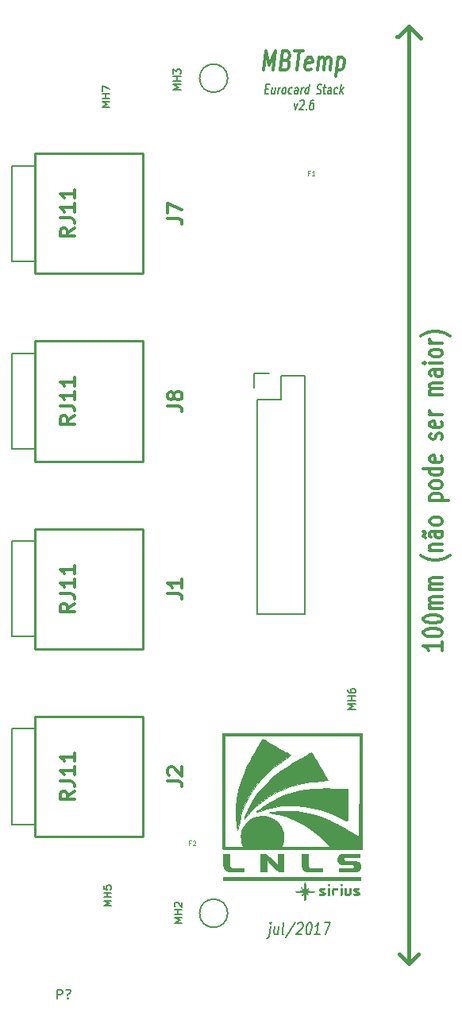
<source format=gto>
G04 #@! TF.FileFunction,Legend,Top*
%FSLAX46Y46*%
G04 Gerber Fmt 4.6, Leading zero omitted, Abs format (unit mm)*
G04 Created by KiCad (PCBNEW 4.0.4+e1-6308~48~ubuntu15.10.1-stable) date Fri Nov 17 08:48:54 2017*
%MOMM*%
%LPD*%
G01*
G04 APERTURE LIST*
%ADD10C,0.150000*%
%ADD11C,0.304800*%
%ADD12C,0.381000*%
%ADD13C,0.200000*%
%ADD14C,0.300000*%
%ADD15C,0.250000*%
%ADD16C,0.010000*%
%ADD17C,0.100000*%
G04 APERTURE END LIST*
D10*
D11*
X105186238Y-111397143D02*
X105186238Y-112268000D01*
X105186238Y-111832572D02*
X103154238Y-111832572D01*
X103444524Y-111977715D01*
X103638048Y-112122857D01*
X103734810Y-112268000D01*
X103154238Y-110453714D02*
X103154238Y-110308571D01*
X103251000Y-110163428D01*
X103347762Y-110090857D01*
X103541286Y-110018286D01*
X103928333Y-109945714D01*
X104412143Y-109945714D01*
X104799190Y-110018286D01*
X104992714Y-110090857D01*
X105089476Y-110163428D01*
X105186238Y-110308571D01*
X105186238Y-110453714D01*
X105089476Y-110598857D01*
X104992714Y-110671428D01*
X104799190Y-110744000D01*
X104412143Y-110816571D01*
X103928333Y-110816571D01*
X103541286Y-110744000D01*
X103347762Y-110671428D01*
X103251000Y-110598857D01*
X103154238Y-110453714D01*
X103154238Y-109002285D02*
X103154238Y-108857142D01*
X103251000Y-108711999D01*
X103347762Y-108639428D01*
X103541286Y-108566857D01*
X103928333Y-108494285D01*
X104412143Y-108494285D01*
X104799190Y-108566857D01*
X104992714Y-108639428D01*
X105089476Y-108711999D01*
X105186238Y-108857142D01*
X105186238Y-109002285D01*
X105089476Y-109147428D01*
X104992714Y-109219999D01*
X104799190Y-109292571D01*
X104412143Y-109365142D01*
X103928333Y-109365142D01*
X103541286Y-109292571D01*
X103347762Y-109219999D01*
X103251000Y-109147428D01*
X103154238Y-109002285D01*
X105186238Y-107841142D02*
X103831571Y-107841142D01*
X104025095Y-107841142D02*
X103928333Y-107768570D01*
X103831571Y-107623428D01*
X103831571Y-107405713D01*
X103928333Y-107260570D01*
X104121857Y-107187999D01*
X105186238Y-107187999D01*
X104121857Y-107187999D02*
X103928333Y-107115428D01*
X103831571Y-106970285D01*
X103831571Y-106752570D01*
X103928333Y-106607428D01*
X104121857Y-106534856D01*
X105186238Y-106534856D01*
X105186238Y-105809142D02*
X103831571Y-105809142D01*
X104025095Y-105809142D02*
X103928333Y-105736570D01*
X103831571Y-105591428D01*
X103831571Y-105373713D01*
X103928333Y-105228570D01*
X104121857Y-105155999D01*
X105186238Y-105155999D01*
X104121857Y-105155999D02*
X103928333Y-105083428D01*
X103831571Y-104938285D01*
X103831571Y-104720570D01*
X103928333Y-104575428D01*
X104121857Y-104502856D01*
X105186238Y-104502856D01*
X105960333Y-102180570D02*
X105863571Y-102253142D01*
X105573286Y-102398285D01*
X105379762Y-102470856D01*
X105089476Y-102543427D01*
X104605667Y-102615999D01*
X104218619Y-102615999D01*
X103734810Y-102543427D01*
X103444524Y-102470856D01*
X103251000Y-102398285D01*
X102960714Y-102253142D01*
X102863952Y-102180570D01*
X103831571Y-101599999D02*
X105186238Y-101599999D01*
X104025095Y-101599999D02*
X103928333Y-101527427D01*
X103831571Y-101382285D01*
X103831571Y-101164570D01*
X103928333Y-101019427D01*
X104121857Y-100946856D01*
X105186238Y-100946856D01*
X105186238Y-99567999D02*
X104121857Y-99567999D01*
X103928333Y-99640570D01*
X103831571Y-99785713D01*
X103831571Y-100075999D01*
X103928333Y-100221142D01*
X105089476Y-99567999D02*
X105186238Y-99713142D01*
X105186238Y-100075999D01*
X105089476Y-100221142D01*
X104895952Y-100293713D01*
X104702429Y-100293713D01*
X104508905Y-100221142D01*
X104412143Y-100075999D01*
X104412143Y-99713142D01*
X104315381Y-99567999D01*
X103347762Y-100293713D02*
X103251000Y-100221142D01*
X103154238Y-100075999D01*
X103347762Y-99785713D01*
X103251000Y-99640570D01*
X103154238Y-99567999D01*
X105186238Y-98624571D02*
X105089476Y-98769713D01*
X104992714Y-98842285D01*
X104799190Y-98914856D01*
X104218619Y-98914856D01*
X104025095Y-98842285D01*
X103928333Y-98769713D01*
X103831571Y-98624571D01*
X103831571Y-98406856D01*
X103928333Y-98261713D01*
X104025095Y-98189142D01*
X104218619Y-98116571D01*
X104799190Y-98116571D01*
X104992714Y-98189142D01*
X105089476Y-98261713D01*
X105186238Y-98406856D01*
X105186238Y-98624571D01*
X103831571Y-96302285D02*
X105863571Y-96302285D01*
X103928333Y-96302285D02*
X103831571Y-96157142D01*
X103831571Y-95866856D01*
X103928333Y-95721713D01*
X104025095Y-95649142D01*
X104218619Y-95576571D01*
X104799190Y-95576571D01*
X104992714Y-95649142D01*
X105089476Y-95721713D01*
X105186238Y-95866856D01*
X105186238Y-96157142D01*
X105089476Y-96302285D01*
X105186238Y-94705714D02*
X105089476Y-94850856D01*
X104992714Y-94923428D01*
X104799190Y-94995999D01*
X104218619Y-94995999D01*
X104025095Y-94923428D01*
X103928333Y-94850856D01*
X103831571Y-94705714D01*
X103831571Y-94487999D01*
X103928333Y-94342856D01*
X104025095Y-94270285D01*
X104218619Y-94197714D01*
X104799190Y-94197714D01*
X104992714Y-94270285D01*
X105089476Y-94342856D01*
X105186238Y-94487999D01*
X105186238Y-94705714D01*
X105186238Y-92891428D02*
X103154238Y-92891428D01*
X105089476Y-92891428D02*
X105186238Y-93036571D01*
X105186238Y-93326857D01*
X105089476Y-93471999D01*
X104992714Y-93544571D01*
X104799190Y-93617142D01*
X104218619Y-93617142D01*
X104025095Y-93544571D01*
X103928333Y-93471999D01*
X103831571Y-93326857D01*
X103831571Y-93036571D01*
X103928333Y-92891428D01*
X105089476Y-91585142D02*
X105186238Y-91730285D01*
X105186238Y-92020571D01*
X105089476Y-92165714D01*
X104895952Y-92238285D01*
X104121857Y-92238285D01*
X103928333Y-92165714D01*
X103831571Y-92020571D01*
X103831571Y-91730285D01*
X103928333Y-91585142D01*
X104121857Y-91512571D01*
X104315381Y-91512571D01*
X104508905Y-92238285D01*
X105089476Y-89770856D02*
X105186238Y-89625713D01*
X105186238Y-89335428D01*
X105089476Y-89190285D01*
X104895952Y-89117713D01*
X104799190Y-89117713D01*
X104605667Y-89190285D01*
X104508905Y-89335428D01*
X104508905Y-89553142D01*
X104412143Y-89698285D01*
X104218619Y-89770856D01*
X104121857Y-89770856D01*
X103928333Y-89698285D01*
X103831571Y-89553142D01*
X103831571Y-89335428D01*
X103928333Y-89190285D01*
X105089476Y-87883999D02*
X105186238Y-88029142D01*
X105186238Y-88319428D01*
X105089476Y-88464571D01*
X104895952Y-88537142D01*
X104121857Y-88537142D01*
X103928333Y-88464571D01*
X103831571Y-88319428D01*
X103831571Y-88029142D01*
X103928333Y-87883999D01*
X104121857Y-87811428D01*
X104315381Y-87811428D01*
X104508905Y-88537142D01*
X105186238Y-87158285D02*
X103831571Y-87158285D01*
X104218619Y-87158285D02*
X104025095Y-87085713D01*
X103928333Y-87013142D01*
X103831571Y-86867999D01*
X103831571Y-86722856D01*
X105186238Y-85053713D02*
X103831571Y-85053713D01*
X104025095Y-85053713D02*
X103928333Y-84981141D01*
X103831571Y-84835999D01*
X103831571Y-84618284D01*
X103928333Y-84473141D01*
X104121857Y-84400570D01*
X105186238Y-84400570D01*
X104121857Y-84400570D02*
X103928333Y-84327999D01*
X103831571Y-84182856D01*
X103831571Y-83965141D01*
X103928333Y-83819999D01*
X104121857Y-83747427D01*
X105186238Y-83747427D01*
X105186238Y-82368570D02*
X104121857Y-82368570D01*
X103928333Y-82441141D01*
X103831571Y-82586284D01*
X103831571Y-82876570D01*
X103928333Y-83021713D01*
X105089476Y-82368570D02*
X105186238Y-82513713D01*
X105186238Y-82876570D01*
X105089476Y-83021713D01*
X104895952Y-83094284D01*
X104702429Y-83094284D01*
X104508905Y-83021713D01*
X104412143Y-82876570D01*
X104412143Y-82513713D01*
X104315381Y-82368570D01*
X105186238Y-81642856D02*
X103831571Y-81642856D01*
X103154238Y-81642856D02*
X103251000Y-81715427D01*
X103347762Y-81642856D01*
X103251000Y-81570284D01*
X103154238Y-81642856D01*
X103347762Y-81642856D01*
X105186238Y-80699428D02*
X105089476Y-80844570D01*
X104992714Y-80917142D01*
X104799190Y-80989713D01*
X104218619Y-80989713D01*
X104025095Y-80917142D01*
X103928333Y-80844570D01*
X103831571Y-80699428D01*
X103831571Y-80481713D01*
X103928333Y-80336570D01*
X104025095Y-80263999D01*
X104218619Y-80191428D01*
X104799190Y-80191428D01*
X104992714Y-80263999D01*
X105089476Y-80336570D01*
X105186238Y-80481713D01*
X105186238Y-80699428D01*
X105186238Y-79538285D02*
X103831571Y-79538285D01*
X104218619Y-79538285D02*
X104025095Y-79465713D01*
X103928333Y-79393142D01*
X103831571Y-79247999D01*
X103831571Y-79102856D01*
X105960333Y-78739999D02*
X105863571Y-78667427D01*
X105573286Y-78522284D01*
X105379762Y-78449713D01*
X105089476Y-78377142D01*
X104605667Y-78304570D01*
X104218619Y-78304570D01*
X103734810Y-78377142D01*
X103444524Y-78449713D01*
X103251000Y-78522284D01*
X102960714Y-78667427D01*
X102863952Y-78739999D01*
D12*
X101600000Y-45720000D02*
X102870000Y-46990000D01*
X100457000Y-46863000D02*
X100330000Y-46863000D01*
X101600000Y-45720000D02*
X100457000Y-46863000D01*
X101600000Y-145669000D02*
X102616000Y-144653000D01*
X101600000Y-145669000D02*
X100584000Y-144653000D01*
X101600000Y-45720000D02*
X101600000Y-145669000D01*
D13*
X77288345Y-52501667D02*
X76488345Y-52501667D01*
X77059773Y-52235000D01*
X76488345Y-51968333D01*
X77288345Y-51968333D01*
X77288345Y-51587381D02*
X76488345Y-51587381D01*
X76869297Y-51587381D02*
X76869297Y-51130238D01*
X77288345Y-51130238D02*
X76488345Y-51130238D01*
X76488345Y-50825476D02*
X76488345Y-50330238D01*
X76793107Y-50596905D01*
X76793107Y-50482619D01*
X76831202Y-50406429D01*
X76869297Y-50368333D01*
X76945488Y-50330238D01*
X77135964Y-50330238D01*
X77212154Y-50368333D01*
X77250250Y-50406429D01*
X77288345Y-50482619D01*
X77288345Y-50711191D01*
X77250250Y-50787381D01*
X77212154Y-50825476D01*
X77400105Y-141315307D02*
X76600105Y-141315307D01*
X77171533Y-141048640D01*
X76600105Y-140781973D01*
X77400105Y-140781973D01*
X77400105Y-140401021D02*
X76600105Y-140401021D01*
X76981057Y-140401021D02*
X76981057Y-139943878D01*
X77400105Y-139943878D02*
X76600105Y-139943878D01*
X76676295Y-139601021D02*
X76638200Y-139562926D01*
X76600105Y-139486735D01*
X76600105Y-139296259D01*
X76638200Y-139220069D01*
X76676295Y-139181973D01*
X76752486Y-139143878D01*
X76828676Y-139143878D01*
X76942962Y-139181973D01*
X77400105Y-139639116D01*
X77400105Y-139143878D01*
X69683585Y-54350787D02*
X68883585Y-54350787D01*
X69455013Y-54084120D01*
X68883585Y-53817453D01*
X69683585Y-53817453D01*
X69683585Y-53436501D02*
X68883585Y-53436501D01*
X69264537Y-53436501D02*
X69264537Y-52979358D01*
X69683585Y-52979358D02*
X68883585Y-52979358D01*
X68883585Y-52674596D02*
X68883585Y-52141263D01*
X69683585Y-52484120D01*
X95886225Y-118536587D02*
X95086225Y-118536587D01*
X95657653Y-118269920D01*
X95086225Y-118003253D01*
X95886225Y-118003253D01*
X95886225Y-117622301D02*
X95086225Y-117622301D01*
X95467177Y-117622301D02*
X95467177Y-117165158D01*
X95886225Y-117165158D02*
X95086225Y-117165158D01*
X95086225Y-116441349D02*
X95086225Y-116593730D01*
X95124320Y-116669920D01*
X95162415Y-116708015D01*
X95276701Y-116784206D01*
X95429082Y-116822301D01*
X95733844Y-116822301D01*
X95810034Y-116784206D01*
X95848130Y-116746111D01*
X95886225Y-116669920D01*
X95886225Y-116517539D01*
X95848130Y-116441349D01*
X95810034Y-116403253D01*
X95733844Y-116365158D01*
X95543368Y-116365158D01*
X95467177Y-116403253D01*
X95429082Y-116441349D01*
X95390987Y-116517539D01*
X95390987Y-116669920D01*
X95429082Y-116746111D01*
X95467177Y-116784206D01*
X95543368Y-116822301D01*
X69871545Y-139491587D02*
X69071545Y-139491587D01*
X69642973Y-139224920D01*
X69071545Y-138958253D01*
X69871545Y-138958253D01*
X69871545Y-138577301D02*
X69071545Y-138577301D01*
X69452497Y-138577301D02*
X69452497Y-138120158D01*
X69871545Y-138120158D02*
X69071545Y-138120158D01*
X69071545Y-137358253D02*
X69071545Y-137739206D01*
X69452497Y-137777301D01*
X69414402Y-137739206D01*
X69376307Y-137663015D01*
X69376307Y-137472539D01*
X69414402Y-137396349D01*
X69452497Y-137358253D01*
X69528688Y-137320158D01*
X69719164Y-137320158D01*
X69795354Y-137358253D01*
X69833450Y-137396349D01*
X69871545Y-137472539D01*
X69871545Y-137663015D01*
X69833450Y-137739206D01*
X69795354Y-137777301D01*
D10*
X86323555Y-52443571D02*
X86573555Y-52443571D01*
X86615221Y-52967381D02*
X86258078Y-52967381D01*
X86383078Y-51967381D01*
X86740221Y-51967381D01*
X87341412Y-52300714D02*
X87258078Y-52967381D01*
X87019983Y-52300714D02*
X86954507Y-52824524D01*
X86978317Y-52919762D01*
X87043792Y-52967381D01*
X87150935Y-52967381D01*
X87228317Y-52919762D01*
X87269983Y-52872143D01*
X87615220Y-52967381D02*
X87698554Y-52300714D01*
X87674744Y-52491190D02*
X87722364Y-52395952D01*
X87764030Y-52348333D01*
X87841412Y-52300714D01*
X87912840Y-52300714D01*
X88186649Y-52967381D02*
X88121174Y-52919762D01*
X88091411Y-52872143D01*
X88067602Y-52776905D01*
X88103316Y-52491190D01*
X88150935Y-52395952D01*
X88192602Y-52348333D01*
X88269983Y-52300714D01*
X88377126Y-52300714D01*
X88442602Y-52348333D01*
X88472364Y-52395952D01*
X88496173Y-52491190D01*
X88460459Y-52776905D01*
X88412840Y-52872143D01*
X88371174Y-52919762D01*
X88293792Y-52967381D01*
X88186649Y-52967381D01*
X89085459Y-52919762D02*
X89008077Y-52967381D01*
X88865220Y-52967381D01*
X88799745Y-52919762D01*
X88769982Y-52872143D01*
X88746173Y-52776905D01*
X88781887Y-52491190D01*
X88829506Y-52395952D01*
X88871173Y-52348333D01*
X88948554Y-52300714D01*
X89091411Y-52300714D01*
X89156887Y-52348333D01*
X89722363Y-52967381D02*
X89787840Y-52443571D01*
X89764030Y-52348333D01*
X89698554Y-52300714D01*
X89555697Y-52300714D01*
X89478315Y-52348333D01*
X89728316Y-52919762D02*
X89650934Y-52967381D01*
X89472363Y-52967381D01*
X89406887Y-52919762D01*
X89383078Y-52824524D01*
X89394982Y-52729286D01*
X89442601Y-52634048D01*
X89519982Y-52586429D01*
X89698553Y-52586429D01*
X89775935Y-52538810D01*
X90079505Y-52967381D02*
X90162839Y-52300714D01*
X90139029Y-52491190D02*
X90186649Y-52395952D01*
X90228315Y-52348333D01*
X90305697Y-52300714D01*
X90377125Y-52300714D01*
X90865220Y-52967381D02*
X90990220Y-51967381D01*
X90871173Y-52919762D02*
X90793791Y-52967381D01*
X90650934Y-52967381D01*
X90585459Y-52919762D01*
X90555696Y-52872143D01*
X90531887Y-52776905D01*
X90567601Y-52491190D01*
X90615220Y-52395952D01*
X90656887Y-52348333D01*
X90734268Y-52300714D01*
X90877125Y-52300714D01*
X90942601Y-52348333D01*
X91764030Y-52919762D02*
X91865220Y-52967381D01*
X92043791Y-52967381D01*
X92121173Y-52919762D01*
X92162839Y-52872143D01*
X92210459Y-52776905D01*
X92222364Y-52681667D01*
X92198553Y-52586429D01*
X92168792Y-52538810D01*
X92103315Y-52491190D01*
X91966411Y-52443571D01*
X91900935Y-52395952D01*
X91871172Y-52348333D01*
X91847363Y-52253095D01*
X91859268Y-52157857D01*
X91906887Y-52062619D01*
X91948554Y-52015000D01*
X92025934Y-51967381D01*
X92204506Y-51967381D01*
X92305697Y-52015000D01*
X92484269Y-52300714D02*
X92769983Y-52300714D01*
X92633077Y-51967381D02*
X92525935Y-52824524D01*
X92549745Y-52919762D01*
X92615220Y-52967381D01*
X92686649Y-52967381D01*
X93258077Y-52967381D02*
X93323554Y-52443571D01*
X93299744Y-52348333D01*
X93234268Y-52300714D01*
X93091411Y-52300714D01*
X93014029Y-52348333D01*
X93264030Y-52919762D02*
X93186648Y-52967381D01*
X93008077Y-52967381D01*
X92942601Y-52919762D01*
X92918792Y-52824524D01*
X92930696Y-52729286D01*
X92978315Y-52634048D01*
X93055696Y-52586429D01*
X93234267Y-52586429D01*
X93311649Y-52538810D01*
X93942601Y-52919762D02*
X93865219Y-52967381D01*
X93722362Y-52967381D01*
X93656887Y-52919762D01*
X93627124Y-52872143D01*
X93603315Y-52776905D01*
X93639029Y-52491190D01*
X93686648Y-52395952D01*
X93728315Y-52348333D01*
X93805696Y-52300714D01*
X93948553Y-52300714D01*
X94014029Y-52348333D01*
X94258076Y-52967381D02*
X94383076Y-51967381D01*
X94377124Y-52586429D02*
X94543791Y-52967381D01*
X94627125Y-52300714D02*
X94293791Y-52681667D01*
X89394982Y-53950714D02*
X89490219Y-54617381D01*
X89752125Y-53950714D01*
X90031887Y-53712619D02*
X90073553Y-53665000D01*
X90150934Y-53617381D01*
X90329505Y-53617381D01*
X90394982Y-53665000D01*
X90424744Y-53712619D01*
X90448554Y-53807857D01*
X90436649Y-53903095D01*
X90383077Y-54045952D01*
X89883077Y-54617381D01*
X90347363Y-54617381D01*
X90680696Y-54522143D02*
X90710459Y-54569762D01*
X90668791Y-54617381D01*
X90639030Y-54569762D01*
X90680696Y-54522143D01*
X90668791Y-54617381D01*
X91472363Y-53617381D02*
X91329506Y-53617381D01*
X91252125Y-53665000D01*
X91210459Y-53712619D01*
X91121173Y-53855476D01*
X91061649Y-54045952D01*
X91014030Y-54426905D01*
X91037839Y-54522143D01*
X91067602Y-54569762D01*
X91133077Y-54617381D01*
X91275934Y-54617381D01*
X91353316Y-54569762D01*
X91394982Y-54522143D01*
X91442602Y-54426905D01*
X91472364Y-54188810D01*
X91448554Y-54093571D01*
X91418792Y-54045952D01*
X91353315Y-53998333D01*
X91210458Y-53998333D01*
X91133078Y-54045952D01*
X91091411Y-54093571D01*
X91043792Y-54188810D01*
D13*
X86822250Y-141718143D02*
X86688322Y-142789571D01*
X86625822Y-142908619D01*
X86523143Y-142968143D01*
X86475524Y-142968143D01*
X86874334Y-141301476D02*
X86819274Y-141361000D01*
X86859453Y-141420524D01*
X86914512Y-141361000D01*
X86874334Y-141301476D01*
X86859453Y-141420524D01*
X87727012Y-141718143D02*
X87622846Y-142551476D01*
X87298440Y-141718143D02*
X87216595Y-142372905D01*
X87249333Y-142491952D01*
X87337131Y-142551476D01*
X87479989Y-142551476D01*
X87582667Y-142491952D01*
X87637726Y-142432429D01*
X88241893Y-142551476D02*
X88154095Y-142491952D01*
X88121357Y-142372905D01*
X88255286Y-141301476D01*
X89500822Y-141241952D02*
X88442786Y-142849095D01*
X89764215Y-141420524D02*
X89819274Y-141361000D01*
X89921953Y-141301476D01*
X90160049Y-141301476D01*
X90247846Y-141361000D01*
X90288025Y-141420524D01*
X90320763Y-141539571D01*
X90305882Y-141658619D01*
X90235941Y-141837190D01*
X89575227Y-142551476D01*
X90194275Y-142551476D01*
X90969572Y-141301476D02*
X91064811Y-141301476D01*
X91152608Y-141361000D01*
X91192787Y-141420524D01*
X91225525Y-141539571D01*
X91243382Y-141777667D01*
X91206179Y-142075286D01*
X91128798Y-142313381D01*
X91066298Y-142432429D01*
X91011239Y-142491952D01*
X90908561Y-142551476D01*
X90813322Y-142551476D01*
X90725524Y-142491952D01*
X90685345Y-142432429D01*
X90652607Y-142313381D01*
X90634750Y-142075286D01*
X90671953Y-141777667D01*
X90749334Y-141539571D01*
X90811834Y-141420524D01*
X90866893Y-141361000D01*
X90969572Y-141301476D01*
X92099037Y-142551476D02*
X91527608Y-142551476D01*
X91813322Y-142551476D02*
X91969572Y-141301476D01*
X91852012Y-141480048D01*
X91741893Y-141599095D01*
X91639215Y-141658619D01*
X92588620Y-141301476D02*
X93255287Y-141301476D01*
X92670465Y-142551476D01*
D14*
X86131702Y-50449238D02*
X86385702Y-48417238D01*
X86712274Y-49868667D01*
X87401702Y-48417238D01*
X87147702Y-50449238D01*
X88514464Y-49384857D02*
X88720083Y-49481619D01*
X88780559Y-49578381D01*
X88828940Y-49771905D01*
X88792654Y-50062190D01*
X88695893Y-50255714D01*
X88611226Y-50352476D01*
X88453988Y-50449238D01*
X87873416Y-50449238D01*
X88127416Y-48417238D01*
X88635416Y-48417238D01*
X88768464Y-48514000D01*
X88828940Y-48610762D01*
X88877321Y-48804286D01*
X88853131Y-48997810D01*
X88756368Y-49191333D01*
X88671702Y-49288095D01*
X88514464Y-49384857D01*
X88006464Y-49384857D01*
X89433702Y-48417238D02*
X90304559Y-48417238D01*
X89615130Y-50449238D02*
X89869130Y-48417238D01*
X91151227Y-50352476D02*
X90993988Y-50449238D01*
X90703702Y-50449238D01*
X90570655Y-50352476D01*
X90522274Y-50158952D01*
X90619036Y-49384857D01*
X90715797Y-49191333D01*
X90873036Y-49094571D01*
X91163322Y-49094571D01*
X91296369Y-49191333D01*
X91344750Y-49384857D01*
X91320559Y-49578381D01*
X90570655Y-49771905D01*
X91864845Y-50449238D02*
X92034179Y-49094571D01*
X92009988Y-49288095D02*
X92094655Y-49191333D01*
X92251893Y-49094571D01*
X92469608Y-49094571D01*
X92602655Y-49191333D01*
X92651036Y-49384857D01*
X92517988Y-50449238D01*
X92651036Y-49384857D02*
X92747797Y-49191333D01*
X92905036Y-49094571D01*
X93122751Y-49094571D01*
X93255797Y-49191333D01*
X93304179Y-49384857D01*
X93171131Y-50449238D01*
X94066179Y-49094571D02*
X93812179Y-51126571D01*
X94054083Y-49191333D02*
X94211322Y-49094571D01*
X94501608Y-49094571D01*
X94634655Y-49191333D01*
X94695131Y-49288095D01*
X94743512Y-49481619D01*
X94670940Y-50062190D01*
X94574179Y-50255714D01*
X94489513Y-50352476D01*
X94332274Y-50449238D01*
X94041988Y-50449238D01*
X93908941Y-50352476D01*
D10*
X82272000Y-140296000D02*
G75*
G03X82272000Y-140296000I-1500000J0D01*
G01*
X82272000Y-51296000D02*
G75*
G03X82272000Y-51296000I-1500000J0D01*
G01*
X90481200Y-108420000D02*
X90481200Y-83020000D01*
X85401200Y-85560000D02*
X85401200Y-108420000D01*
X90481200Y-108420000D02*
X85401200Y-108420000D01*
X90481200Y-83020000D02*
X87941200Y-83020000D01*
X86671200Y-82740000D02*
X85121200Y-82740000D01*
X87941200Y-83020000D02*
X87941200Y-85560000D01*
X87941200Y-85560000D02*
X85401200Y-85560000D01*
X85121200Y-82740000D02*
X85121200Y-84290000D01*
X59241200Y-120620000D02*
X59241200Y-130820000D01*
X61741200Y-130820000D02*
X59241200Y-130820000D01*
X61741200Y-120620000D02*
X59241200Y-120620000D01*
D15*
X73241200Y-132120000D02*
X61741200Y-132120000D01*
X73241200Y-119320000D02*
X61741200Y-119320000D01*
X73241200Y-119320000D02*
X73241200Y-132120000D01*
X61741200Y-119320000D02*
X61741200Y-132120000D01*
D10*
X59241200Y-100620000D02*
X59241200Y-110820000D01*
X61741200Y-110820000D02*
X59241200Y-110820000D01*
X61741200Y-100620000D02*
X59241200Y-100620000D01*
D15*
X73241200Y-112120000D02*
X61741200Y-112120000D01*
X73241200Y-99320000D02*
X61741200Y-99320000D01*
X73241200Y-99320000D02*
X73241200Y-112120000D01*
X61741200Y-99320000D02*
X61741200Y-112120000D01*
D10*
X59241200Y-80620000D02*
X59241200Y-90820000D01*
X61741200Y-90820000D02*
X59241200Y-90820000D01*
X61741200Y-80620000D02*
X59241200Y-80620000D01*
D15*
X73241200Y-92120000D02*
X61741200Y-92120000D01*
X73241200Y-79320000D02*
X61741200Y-79320000D01*
X73241200Y-79320000D02*
X73241200Y-92120000D01*
X61741200Y-79320000D02*
X61741200Y-92120000D01*
D10*
X59241200Y-60620000D02*
X59241200Y-70820000D01*
X61741200Y-70820000D02*
X59241200Y-70820000D01*
X61741200Y-60620000D02*
X59241200Y-60620000D01*
D15*
X73241200Y-72120000D02*
X61741200Y-72120000D01*
X73241200Y-59320000D02*
X61741200Y-59320000D01*
X73241200Y-59320000D02*
X73241200Y-72120000D01*
X61741200Y-59320000D02*
X61741200Y-72120000D01*
D16*
G36*
X90518287Y-137008795D02*
X90523937Y-137029488D01*
X90541860Y-137120207D01*
X90561997Y-137259123D01*
X90580056Y-137416552D01*
X90580423Y-137420257D01*
X90596664Y-137564152D01*
X90613204Y-137677088D01*
X90626737Y-137736875D01*
X90627941Y-137739323D01*
X90665517Y-137737959D01*
X90731803Y-137691841D01*
X90740584Y-137683810D01*
X90821171Y-137625416D01*
X90860132Y-137627280D01*
X90847749Y-137678314D01*
X90795231Y-137746153D01*
X90740563Y-137817599D01*
X90726479Y-137865078D01*
X90728706Y-137868501D01*
X90776047Y-137882456D01*
X90883177Y-137899752D01*
X91031961Y-137917742D01*
X91135912Y-137927968D01*
X91343872Y-137947713D01*
X91477016Y-137963446D01*
X91538486Y-137976652D01*
X91531427Y-137988810D01*
X91458981Y-138001405D01*
X91324292Y-138015917D01*
X91322769Y-138016065D01*
X91149103Y-138033439D01*
X90975010Y-138051764D01*
X90860260Y-138064549D01*
X90671289Y-138086564D01*
X90779257Y-138199259D01*
X90846237Y-138285092D01*
X90859054Y-138334823D01*
X90823727Y-138337612D01*
X90746272Y-138282621D01*
X90737481Y-138274505D01*
X90684580Y-138228908D01*
X90648411Y-138216849D01*
X90624076Y-138248153D01*
X90606677Y-138332645D01*
X90591317Y-138480149D01*
X90582473Y-138585455D01*
X90560980Y-138770987D01*
X90533105Y-138886732D01*
X90499891Y-138929825D01*
X90466419Y-138904330D01*
X90451841Y-138848402D01*
X90435498Y-138736141D01*
X90420397Y-138589222D01*
X90417139Y-138549232D01*
X90401231Y-138380215D01*
X90382552Y-138280962D01*
X90356852Y-138243098D01*
X90319880Y-138258248D01*
X90287231Y-138293230D01*
X90230821Y-138342354D01*
X90204292Y-138351846D01*
X90170907Y-138326223D01*
X90182649Y-138264816D01*
X90233358Y-138190812D01*
X90251885Y-138172623D01*
X90333769Y-138098518D01*
X90242115Y-138072769D01*
X90148294Y-138056147D01*
X90016862Y-138043841D01*
X89955077Y-138040873D01*
X89800188Y-138030525D01*
X89646865Y-138011983D01*
X89603385Y-138004515D01*
X89526355Y-137988468D01*
X89502454Y-137977148D01*
X89538742Y-137967081D01*
X89642276Y-137954792D01*
X89720615Y-137946815D01*
X89889889Y-137929185D01*
X90055507Y-137910932D01*
X90164617Y-137898072D01*
X90335081Y-137876818D01*
X90226082Y-137763047D01*
X90159384Y-137677719D01*
X90145127Y-137626892D01*
X90177981Y-137621783D01*
X90252616Y-137673611D01*
X90263724Y-137683810D01*
X90331596Y-137734502D01*
X90373525Y-137741960D01*
X90375672Y-137739323D01*
X90388984Y-137686217D01*
X90405520Y-137579265D01*
X90420441Y-137453076D01*
X90438416Y-137294964D01*
X90457964Y-137146871D01*
X90471210Y-137062307D01*
X90488407Y-136974892D01*
X90501121Y-136958909D01*
X90518287Y-137008795D01*
X90518287Y-137008795D01*
G37*
X90518287Y-137008795D02*
X90523937Y-137029488D01*
X90541860Y-137120207D01*
X90561997Y-137259123D01*
X90580056Y-137416552D01*
X90580423Y-137420257D01*
X90596664Y-137564152D01*
X90613204Y-137677088D01*
X90626737Y-137736875D01*
X90627941Y-137739323D01*
X90665517Y-137737959D01*
X90731803Y-137691841D01*
X90740584Y-137683810D01*
X90821171Y-137625416D01*
X90860132Y-137627280D01*
X90847749Y-137678314D01*
X90795231Y-137746153D01*
X90740563Y-137817599D01*
X90726479Y-137865078D01*
X90728706Y-137868501D01*
X90776047Y-137882456D01*
X90883177Y-137899752D01*
X91031961Y-137917742D01*
X91135912Y-137927968D01*
X91343872Y-137947713D01*
X91477016Y-137963446D01*
X91538486Y-137976652D01*
X91531427Y-137988810D01*
X91458981Y-138001405D01*
X91324292Y-138015917D01*
X91322769Y-138016065D01*
X91149103Y-138033439D01*
X90975010Y-138051764D01*
X90860260Y-138064549D01*
X90671289Y-138086564D01*
X90779257Y-138199259D01*
X90846237Y-138285092D01*
X90859054Y-138334823D01*
X90823727Y-138337612D01*
X90746272Y-138282621D01*
X90737481Y-138274505D01*
X90684580Y-138228908D01*
X90648411Y-138216849D01*
X90624076Y-138248153D01*
X90606677Y-138332645D01*
X90591317Y-138480149D01*
X90582473Y-138585455D01*
X90560980Y-138770987D01*
X90533105Y-138886732D01*
X90499891Y-138929825D01*
X90466419Y-138904330D01*
X90451841Y-138848402D01*
X90435498Y-138736141D01*
X90420397Y-138589222D01*
X90417139Y-138549232D01*
X90401231Y-138380215D01*
X90382552Y-138280962D01*
X90356852Y-138243098D01*
X90319880Y-138258248D01*
X90287231Y-138293230D01*
X90230821Y-138342354D01*
X90204292Y-138351846D01*
X90170907Y-138326223D01*
X90182649Y-138264816D01*
X90233358Y-138190812D01*
X90251885Y-138172623D01*
X90333769Y-138098518D01*
X90242115Y-138072769D01*
X90148294Y-138056147D01*
X90016862Y-138043841D01*
X89955077Y-138040873D01*
X89800188Y-138030525D01*
X89646865Y-138011983D01*
X89603385Y-138004515D01*
X89526355Y-137988468D01*
X89502454Y-137977148D01*
X89538742Y-137967081D01*
X89642276Y-137954792D01*
X89720615Y-137946815D01*
X89889889Y-137929185D01*
X90055507Y-137910932D01*
X90164617Y-137898072D01*
X90335081Y-137876818D01*
X90226082Y-137763047D01*
X90159384Y-137677719D01*
X90145127Y-137626892D01*
X90177981Y-137621783D01*
X90252616Y-137673611D01*
X90263724Y-137683810D01*
X90331596Y-137734502D01*
X90373525Y-137741960D01*
X90375672Y-137739323D01*
X90388984Y-137686217D01*
X90405520Y-137579265D01*
X90420441Y-137453076D01*
X90438416Y-137294964D01*
X90457964Y-137146871D01*
X90471210Y-137062307D01*
X90488407Y-136974892D01*
X90501121Y-136958909D01*
X90518287Y-137008795D01*
G36*
X92481469Y-137611974D02*
X92555775Y-137623448D01*
X92587010Y-137649364D01*
X92592769Y-137687538D01*
X92583826Y-137731936D01*
X92544871Y-137755541D01*
X92457714Y-137764698D01*
X92368077Y-137765905D01*
X92143385Y-137766119D01*
X92407154Y-137924378D01*
X92550533Y-138016537D01*
X92633813Y-138087401D01*
X92668277Y-138147493D01*
X92670923Y-138170349D01*
X92656315Y-138256341D01*
X92604265Y-138311264D01*
X92502436Y-138341025D01*
X92338491Y-138351531D01*
X92291877Y-138351846D01*
X92144445Y-138349901D01*
X92058734Y-138341073D01*
X92018346Y-138320869D01*
X92006884Y-138284797D01*
X92006615Y-138273692D01*
X92014882Y-138230712D01*
X92051387Y-138207039D01*
X92133692Y-138197016D01*
X92250846Y-138195007D01*
X92495077Y-138194477D01*
X92250846Y-138049715D01*
X92118678Y-137966151D01*
X92043366Y-137902032D01*
X92011084Y-137843452D01*
X92006615Y-137804060D01*
X92022143Y-137707587D01*
X92077111Y-137647788D01*
X92184101Y-137617460D01*
X92346585Y-137609384D01*
X92481469Y-137611974D01*
X92481469Y-137611974D01*
G37*
X92481469Y-137611974D02*
X92555775Y-137623448D01*
X92587010Y-137649364D01*
X92592769Y-137687538D01*
X92583826Y-137731936D01*
X92544871Y-137755541D01*
X92457714Y-137764698D01*
X92368077Y-137765905D01*
X92143385Y-137766119D01*
X92407154Y-137924378D01*
X92550533Y-138016537D01*
X92633813Y-138087401D01*
X92668277Y-138147493D01*
X92670923Y-138170349D01*
X92656315Y-138256341D01*
X92604265Y-138311264D01*
X92502436Y-138341025D01*
X92338491Y-138351531D01*
X92291877Y-138351846D01*
X92144445Y-138349901D01*
X92058734Y-138341073D01*
X92018346Y-138320869D01*
X92006884Y-138284797D01*
X92006615Y-138273692D01*
X92014882Y-138230712D01*
X92051387Y-138207039D01*
X92133692Y-138197016D01*
X92250846Y-138195007D01*
X92495077Y-138194477D01*
X92250846Y-138049715D01*
X92118678Y-137966151D01*
X92043366Y-137902032D01*
X92011084Y-137843452D01*
X92006615Y-137804060D01*
X92022143Y-137707587D01*
X92077111Y-137647788D01*
X92184101Y-137617460D01*
X92346585Y-137609384D01*
X92481469Y-137611974D01*
G36*
X93087411Y-137611962D02*
X93115954Y-137629455D01*
X93131635Y-137676504D01*
X93138307Y-137767746D01*
X93139821Y-137917821D01*
X93139846Y-137980615D01*
X93139168Y-138152593D01*
X93134564Y-138261056D01*
X93122183Y-138320644D01*
X93098172Y-138345996D01*
X93058678Y-138351752D01*
X93042154Y-138351846D01*
X92996896Y-138349268D01*
X92968353Y-138331774D01*
X92952672Y-138284726D01*
X92946001Y-138193484D01*
X92944486Y-138043409D01*
X92944461Y-137980615D01*
X92945140Y-137808637D01*
X92949743Y-137700174D01*
X92962124Y-137640586D01*
X92986136Y-137615233D01*
X93025629Y-137609478D01*
X93042154Y-137609384D01*
X93087411Y-137611962D01*
X93087411Y-137611962D01*
G37*
X93087411Y-137611962D02*
X93115954Y-137629455D01*
X93131635Y-137676504D01*
X93138307Y-137767746D01*
X93139821Y-137917821D01*
X93139846Y-137980615D01*
X93139168Y-138152593D01*
X93134564Y-138261056D01*
X93122183Y-138320644D01*
X93098172Y-138345996D01*
X93058678Y-138351752D01*
X93042154Y-138351846D01*
X92996896Y-138349268D01*
X92968353Y-138331774D01*
X92952672Y-138284726D01*
X92946001Y-138193484D01*
X92944486Y-138043409D01*
X92944461Y-137980615D01*
X92945140Y-137808637D01*
X92949743Y-137700174D01*
X92962124Y-137640586D01*
X92986136Y-137615233D01*
X93025629Y-137609478D01*
X93042154Y-137609384D01*
X93087411Y-137611962D01*
G36*
X93888238Y-137611974D02*
X93962545Y-137623448D01*
X93993779Y-137649364D01*
X93999538Y-137687538D01*
X93990210Y-137732703D01*
X93949876Y-137756231D01*
X93860016Y-137764858D01*
X93784615Y-137765692D01*
X93569692Y-137765692D01*
X93569692Y-138058769D01*
X93567846Y-138208615D01*
X93559429Y-138296536D01*
X93540122Y-138338728D01*
X93505607Y-138351386D01*
X93491538Y-138351846D01*
X93453171Y-138345532D01*
X93429907Y-138316288D01*
X93418023Y-138248660D01*
X93413796Y-138127196D01*
X93413385Y-138027507D01*
X93419283Y-137846362D01*
X93435900Y-137717926D01*
X93460277Y-137656276D01*
X93523803Y-137630708D01*
X93640700Y-137613891D01*
X93753354Y-137609384D01*
X93888238Y-137611974D01*
X93888238Y-137611974D01*
G37*
X93888238Y-137611974D02*
X93962545Y-137623448D01*
X93993779Y-137649364D01*
X93999538Y-137687538D01*
X93990210Y-137732703D01*
X93949876Y-137756231D01*
X93860016Y-137764858D01*
X93784615Y-137765692D01*
X93569692Y-137765692D01*
X93569692Y-138058769D01*
X93567846Y-138208615D01*
X93559429Y-138296536D01*
X93540122Y-138338728D01*
X93505607Y-138351386D01*
X93491538Y-138351846D01*
X93453171Y-138345532D01*
X93429907Y-138316288D01*
X93418023Y-138248660D01*
X93413796Y-138127196D01*
X93413385Y-138027507D01*
X93419283Y-137846362D01*
X93435900Y-137717926D01*
X93460277Y-137656276D01*
X93523803Y-137630708D01*
X93640700Y-137613891D01*
X93753354Y-137609384D01*
X93888238Y-137611974D01*
G36*
X94416026Y-137611962D02*
X94444569Y-137629455D01*
X94460251Y-137676504D01*
X94466922Y-137767746D01*
X94468437Y-137917821D01*
X94468461Y-137980615D01*
X94467783Y-138152593D01*
X94463179Y-138261056D01*
X94450798Y-138320644D01*
X94426787Y-138345996D01*
X94387294Y-138351752D01*
X94370769Y-138351846D01*
X94325512Y-138349268D01*
X94296969Y-138331774D01*
X94281288Y-138284726D01*
X94274616Y-138193484D01*
X94273102Y-138043409D01*
X94273077Y-137980615D01*
X94273755Y-137808637D01*
X94278359Y-137700174D01*
X94290740Y-137640586D01*
X94314751Y-137615233D01*
X94354244Y-137609478D01*
X94370769Y-137609384D01*
X94416026Y-137611962D01*
X94416026Y-137611962D01*
G37*
X94416026Y-137611962D02*
X94444569Y-137629455D01*
X94460251Y-137676504D01*
X94466922Y-137767746D01*
X94468437Y-137917821D01*
X94468461Y-137980615D01*
X94467783Y-138152593D01*
X94463179Y-138261056D01*
X94450798Y-138320644D01*
X94426787Y-138345996D01*
X94387294Y-138351752D01*
X94370769Y-138351846D01*
X94325512Y-138349268D01*
X94296969Y-138331774D01*
X94281288Y-138284726D01*
X94274616Y-138193484D01*
X94273102Y-138043409D01*
X94273077Y-137980615D01*
X94273755Y-137808637D01*
X94278359Y-137700174D01*
X94290740Y-137640586D01*
X94314751Y-137615233D01*
X94354244Y-137609478D01*
X94370769Y-137609384D01*
X94416026Y-137611962D01*
G36*
X95366521Y-137615698D02*
X95389785Y-137644942D01*
X95401669Y-137712570D01*
X95405896Y-137834033D01*
X95406308Y-137933723D01*
X95400409Y-138114868D01*
X95383792Y-138243304D01*
X95359415Y-138304953D01*
X95300323Y-138327101D01*
X95190520Y-138342859D01*
X95056108Y-138351308D01*
X94923189Y-138351526D01*
X94817863Y-138342596D01*
X94768051Y-138325794D01*
X94756392Y-138277406D01*
X94747429Y-138170289D01*
X94742523Y-138023856D01*
X94742000Y-137954564D01*
X94743352Y-137789317D01*
X94749676Y-137687202D01*
X94764367Y-137633211D01*
X94790824Y-137612336D01*
X94820154Y-137609384D01*
X94860113Y-137616306D01*
X94883558Y-137647870D01*
X94894810Y-137720271D01*
X94898185Y-137849705D01*
X94898308Y-137902461D01*
X94898308Y-138195538D01*
X95250000Y-138195538D01*
X95250000Y-137902461D01*
X95251846Y-137752614D01*
X95260263Y-137664693D01*
X95279570Y-137622502D01*
X95314086Y-137609844D01*
X95328154Y-137609384D01*
X95366521Y-137615698D01*
X95366521Y-137615698D01*
G37*
X95366521Y-137615698D02*
X95389785Y-137644942D01*
X95401669Y-137712570D01*
X95405896Y-137834033D01*
X95406308Y-137933723D01*
X95400409Y-138114868D01*
X95383792Y-138243304D01*
X95359415Y-138304953D01*
X95300323Y-138327101D01*
X95190520Y-138342859D01*
X95056108Y-138351308D01*
X94923189Y-138351526D01*
X94817863Y-138342596D01*
X94768051Y-138325794D01*
X94756392Y-138277406D01*
X94747429Y-138170289D01*
X94742523Y-138023856D01*
X94742000Y-137954564D01*
X94743352Y-137789317D01*
X94749676Y-137687202D01*
X94764367Y-137633211D01*
X94790824Y-137612336D01*
X94820154Y-137609384D01*
X94860113Y-137616306D01*
X94883558Y-137647870D01*
X94894810Y-137720271D01*
X94898185Y-137849705D01*
X94898308Y-137902461D01*
X94898308Y-138195538D01*
X95250000Y-138195538D01*
X95250000Y-137902461D01*
X95251846Y-137752614D01*
X95260263Y-137664693D01*
X95279570Y-137622502D01*
X95314086Y-137609844D01*
X95328154Y-137609384D01*
X95366521Y-137615698D01*
G36*
X96154700Y-137611974D02*
X96229006Y-137623448D01*
X96260240Y-137649364D01*
X96266000Y-137687538D01*
X96257057Y-137731936D01*
X96218102Y-137755541D01*
X96130945Y-137764698D01*
X96041308Y-137765905D01*
X95816615Y-137766119D01*
X96080385Y-137924378D01*
X96223764Y-138016537D01*
X96307044Y-138087401D01*
X96341508Y-138147493D01*
X96344154Y-138170349D01*
X96329545Y-138256341D01*
X96277495Y-138311264D01*
X96175667Y-138341025D01*
X96011722Y-138351531D01*
X95965108Y-138351846D01*
X95817676Y-138349901D01*
X95731964Y-138341073D01*
X95691576Y-138320869D01*
X95680115Y-138284797D01*
X95679846Y-138273692D01*
X95688112Y-138230712D01*
X95724618Y-138207039D01*
X95806923Y-138197016D01*
X95924077Y-138195007D01*
X96168308Y-138194477D01*
X95924077Y-138049715D01*
X95791909Y-137966151D01*
X95716597Y-137902032D01*
X95684315Y-137843452D01*
X95679846Y-137804060D01*
X95695373Y-137707587D01*
X95750342Y-137647788D01*
X95857332Y-137617460D01*
X96019815Y-137609384D01*
X96154700Y-137611974D01*
X96154700Y-137611974D01*
G37*
X96154700Y-137611974D02*
X96229006Y-137623448D01*
X96260240Y-137649364D01*
X96266000Y-137687538D01*
X96257057Y-137731936D01*
X96218102Y-137755541D01*
X96130945Y-137764698D01*
X96041308Y-137765905D01*
X95816615Y-137766119D01*
X96080385Y-137924378D01*
X96223764Y-138016537D01*
X96307044Y-138087401D01*
X96341508Y-138147493D01*
X96344154Y-138170349D01*
X96329545Y-138256341D01*
X96277495Y-138311264D01*
X96175667Y-138341025D01*
X96011722Y-138351531D01*
X95965108Y-138351846D01*
X95817676Y-138349901D01*
X95731964Y-138341073D01*
X95691576Y-138320869D01*
X95680115Y-138284797D01*
X95679846Y-138273692D01*
X95688112Y-138230712D01*
X95724618Y-138207039D01*
X95806923Y-138197016D01*
X95924077Y-138195007D01*
X96168308Y-138194477D01*
X95924077Y-138049715D01*
X95791909Y-137966151D01*
X95716597Y-137902032D01*
X95684315Y-137843452D01*
X95679846Y-137804060D01*
X95695373Y-137707587D01*
X95750342Y-137647788D01*
X95857332Y-137617460D01*
X96019815Y-137609384D01*
X96154700Y-137611974D01*
G36*
X90130923Y-137550769D02*
X90111385Y-137570307D01*
X90091846Y-137550769D01*
X90111385Y-137531230D01*
X90130923Y-137550769D01*
X90130923Y-137550769D01*
G37*
X90130923Y-137550769D02*
X90111385Y-137570307D01*
X90091846Y-137550769D01*
X90111385Y-137531230D01*
X90130923Y-137550769D01*
G36*
X93118760Y-137197855D02*
X93139846Y-137257692D01*
X93116950Y-137318977D01*
X93042154Y-137335846D01*
X92965547Y-137317529D01*
X92944461Y-137257692D01*
X92967358Y-137196406D01*
X93042154Y-137179538D01*
X93118760Y-137197855D01*
X93118760Y-137197855D01*
G37*
X93118760Y-137197855D02*
X93139846Y-137257692D01*
X93116950Y-137318977D01*
X93042154Y-137335846D01*
X92965547Y-137317529D01*
X92944461Y-137257692D01*
X92967358Y-137196406D01*
X93042154Y-137179538D01*
X93118760Y-137197855D01*
G36*
X94447376Y-137197855D02*
X94468461Y-137257692D01*
X94445565Y-137318977D01*
X94370769Y-137335846D01*
X94294162Y-137317529D01*
X94273077Y-137257692D01*
X94295973Y-137196406D01*
X94370769Y-137179538D01*
X94447376Y-137197855D01*
X94447376Y-137197855D01*
G37*
X94447376Y-137197855D02*
X94468461Y-137257692D01*
X94445565Y-137318977D01*
X94370769Y-137335846D01*
X94294162Y-137317529D01*
X94273077Y-137257692D01*
X94295973Y-137196406D01*
X94370769Y-137179538D01*
X94447376Y-137197855D01*
G36*
X96461385Y-136788769D02*
X81807538Y-136788769D01*
X81807538Y-136476153D01*
X96461385Y-136476153D01*
X96461385Y-136788769D01*
X96461385Y-136788769D01*
G37*
X96461385Y-136788769D02*
X81807538Y-136788769D01*
X81807538Y-136476153D01*
X96461385Y-136476153D01*
X96461385Y-136788769D01*
G36*
X82471846Y-134641314D02*
X82471575Y-134921233D01*
X82477148Y-135132666D01*
X82498144Y-135285193D01*
X82544142Y-135388394D01*
X82624723Y-135451848D01*
X82749465Y-135485135D01*
X82927948Y-135497833D01*
X83169752Y-135499523D01*
X83329762Y-135499230D01*
X83995846Y-135499230D01*
X83995846Y-135850923D01*
X83163972Y-135850923D01*
X82886105Y-135850482D01*
X82674390Y-135848461D01*
X82516830Y-135843811D01*
X82401424Y-135835483D01*
X82316174Y-135822430D01*
X82249081Y-135803602D01*
X82188145Y-135777952D01*
X82157741Y-135763000D01*
X82008519Y-135661041D01*
X81904068Y-135517370D01*
X81895461Y-135500720D01*
X81863227Y-135431245D01*
X81839966Y-135361052D01*
X81824230Y-135276154D01*
X81814574Y-135162570D01*
X81809551Y-135006315D01*
X81807715Y-134793405D01*
X81807538Y-134650796D01*
X81807538Y-133975230D01*
X82471846Y-133975230D01*
X82471846Y-134641314D01*
X82471846Y-134641314D01*
G37*
X82471846Y-134641314D02*
X82471575Y-134921233D01*
X82477148Y-135132666D01*
X82498144Y-135285193D01*
X82544142Y-135388394D01*
X82624723Y-135451848D01*
X82749465Y-135485135D01*
X82927948Y-135497833D01*
X83169752Y-135499523D01*
X83329762Y-135499230D01*
X83995846Y-135499230D01*
X83995846Y-135850923D01*
X83163972Y-135850923D01*
X82886105Y-135850482D01*
X82674390Y-135848461D01*
X82516830Y-135843811D01*
X82401424Y-135835483D01*
X82316174Y-135822430D01*
X82249081Y-135803602D01*
X82188145Y-135777952D01*
X82157741Y-135763000D01*
X82008519Y-135661041D01*
X81904068Y-135517370D01*
X81895461Y-135500720D01*
X81863227Y-135431245D01*
X81839966Y-135361052D01*
X81824230Y-135276154D01*
X81814574Y-135162570D01*
X81809551Y-135006315D01*
X81807715Y-134793405D01*
X81807538Y-134650796D01*
X81807538Y-133975230D01*
X82471846Y-133975230D01*
X82471846Y-134641314D01*
G36*
X88255231Y-135850923D02*
X87689478Y-135850923D01*
X87054047Y-135216367D01*
X86418615Y-134581811D01*
X86418615Y-135850923D01*
X85793385Y-135850923D01*
X85793385Y-133975230D01*
X86057154Y-133976116D01*
X86320923Y-133977003D01*
X87590923Y-135193827D01*
X87590923Y-133975230D01*
X88255231Y-133975230D01*
X88255231Y-135850923D01*
X88255231Y-135850923D01*
G37*
X88255231Y-135850923D02*
X87689478Y-135850923D01*
X87054047Y-135216367D01*
X86418615Y-134581811D01*
X86418615Y-135850923D01*
X85793385Y-135850923D01*
X85793385Y-133975230D01*
X86057154Y-133976116D01*
X86320923Y-133977003D01*
X87590923Y-135193827D01*
X87590923Y-133975230D01*
X88255231Y-133975230D01*
X88255231Y-135850923D01*
G36*
X90834308Y-134641314D02*
X90834667Y-134884149D01*
X90836798Y-135061373D01*
X90842279Y-135185531D01*
X90852689Y-135269167D01*
X90869607Y-135324823D01*
X90894612Y-135365044D01*
X90929284Y-135402374D01*
X90930224Y-135403314D01*
X90967636Y-135438231D01*
X91007646Y-135463444D01*
X91062798Y-135480534D01*
X91145635Y-135491078D01*
X91268702Y-135496656D01*
X91444541Y-135498847D01*
X91685696Y-135499230D01*
X92358308Y-135499230D01*
X92358308Y-135850923D01*
X91526434Y-135850923D01*
X91248566Y-135850482D01*
X91036852Y-135848461D01*
X90879291Y-135843811D01*
X90763886Y-135835483D01*
X90678636Y-135822430D01*
X90611542Y-135803602D01*
X90550607Y-135777952D01*
X90520203Y-135763000D01*
X90370981Y-135661041D01*
X90266529Y-135517370D01*
X90257923Y-135500720D01*
X90225689Y-135431245D01*
X90202427Y-135361052D01*
X90186692Y-135276154D01*
X90177036Y-135162570D01*
X90172013Y-135006315D01*
X90170176Y-134793405D01*
X90170000Y-134650796D01*
X90170000Y-133975230D01*
X90834308Y-133975230D01*
X90834308Y-134641314D01*
X90834308Y-134641314D01*
G37*
X90834308Y-134641314D02*
X90834667Y-134884149D01*
X90836798Y-135061373D01*
X90842279Y-135185531D01*
X90852689Y-135269167D01*
X90869607Y-135324823D01*
X90894612Y-135365044D01*
X90929284Y-135402374D01*
X90930224Y-135403314D01*
X90967636Y-135438231D01*
X91007646Y-135463444D01*
X91062798Y-135480534D01*
X91145635Y-135491078D01*
X91268702Y-135496656D01*
X91444541Y-135498847D01*
X91685696Y-135499230D01*
X92358308Y-135499230D01*
X92358308Y-135850923D01*
X91526434Y-135850923D01*
X91248566Y-135850482D01*
X91036852Y-135848461D01*
X90879291Y-135843811D01*
X90763886Y-135835483D01*
X90678636Y-135822430D01*
X90611542Y-135803602D01*
X90550607Y-135777952D01*
X90520203Y-135763000D01*
X90370981Y-135661041D01*
X90266529Y-135517370D01*
X90257923Y-135500720D01*
X90225689Y-135431245D01*
X90202427Y-135361052D01*
X90186692Y-135276154D01*
X90177036Y-135162570D01*
X90172013Y-135006315D01*
X90170176Y-134793405D01*
X90170000Y-134650796D01*
X90170000Y-133975230D01*
X90834308Y-133975230D01*
X90834308Y-134641314D01*
G36*
X96305077Y-134326923D02*
X94743802Y-134326923D01*
X94681508Y-134421994D01*
X94646442Y-134533362D01*
X94683325Y-134634732D01*
X94786087Y-134711541D01*
X94805535Y-134719562D01*
X94878185Y-134732672D01*
X95012443Y-134743778D01*
X95191770Y-134751986D01*
X95399629Y-134756403D01*
X95496775Y-134756915D01*
X95730338Y-134758018D01*
X95900130Y-134762241D01*
X96020517Y-134771154D01*
X96105864Y-134786329D01*
X96170540Y-134809335D01*
X96219505Y-134835924D01*
X96351880Y-134959042D01*
X96432549Y-135122998D01*
X96457122Y-135306428D01*
X96421208Y-135487967D01*
X96372682Y-135581375D01*
X96315585Y-135660431D01*
X96255662Y-135722354D01*
X96182969Y-135769224D01*
X96087561Y-135803121D01*
X95959493Y-135826122D01*
X95788823Y-135840309D01*
X95565604Y-135847760D01*
X95279893Y-135850555D01*
X95083923Y-135850862D01*
X94155846Y-135850923D01*
X94155846Y-135499230D01*
X94911790Y-135499230D01*
X95175521Y-135498621D01*
X95372186Y-135496150D01*
X95512866Y-135490852D01*
X95608643Y-135481762D01*
X95670599Y-135467915D01*
X95709816Y-135448347D01*
X95732405Y-135427769D01*
X95790508Y-135317833D01*
X95778101Y-135208954D01*
X95710228Y-135130215D01*
X95660730Y-135106108D01*
X95584062Y-135089015D01*
X95468211Y-135077901D01*
X95301161Y-135071728D01*
X95070899Y-135069462D01*
X95004903Y-135069384D01*
X94733027Y-135066982D01*
X94527023Y-135057620D01*
X94374699Y-135038069D01*
X94263862Y-135005097D01*
X94182318Y-134955473D01*
X94117876Y-134885966D01*
X94076110Y-134823256D01*
X94014707Y-134658272D01*
X94003104Y-134469259D01*
X94041466Y-134290776D01*
X94073225Y-134226103D01*
X94122871Y-134153156D01*
X94178941Y-134095815D01*
X94250981Y-134052221D01*
X94348540Y-134020518D01*
X94481166Y-133998850D01*
X94658406Y-133985360D01*
X94889808Y-133978192D01*
X95184921Y-133975488D01*
X95363367Y-133975230D01*
X96305077Y-133975230D01*
X96305077Y-134326923D01*
X96305077Y-134326923D01*
G37*
X96305077Y-134326923D02*
X94743802Y-134326923D01*
X94681508Y-134421994D01*
X94646442Y-134533362D01*
X94683325Y-134634732D01*
X94786087Y-134711541D01*
X94805535Y-134719562D01*
X94878185Y-134732672D01*
X95012443Y-134743778D01*
X95191770Y-134751986D01*
X95399629Y-134756403D01*
X95496775Y-134756915D01*
X95730338Y-134758018D01*
X95900130Y-134762241D01*
X96020517Y-134771154D01*
X96105864Y-134786329D01*
X96170540Y-134809335D01*
X96219505Y-134835924D01*
X96351880Y-134959042D01*
X96432549Y-135122998D01*
X96457122Y-135306428D01*
X96421208Y-135487967D01*
X96372682Y-135581375D01*
X96315585Y-135660431D01*
X96255662Y-135722354D01*
X96182969Y-135769224D01*
X96087561Y-135803121D01*
X95959493Y-135826122D01*
X95788823Y-135840309D01*
X95565604Y-135847760D01*
X95279893Y-135850555D01*
X95083923Y-135850862D01*
X94155846Y-135850923D01*
X94155846Y-135499230D01*
X94911790Y-135499230D01*
X95175521Y-135498621D01*
X95372186Y-135496150D01*
X95512866Y-135490852D01*
X95608643Y-135481762D01*
X95670599Y-135467915D01*
X95709816Y-135448347D01*
X95732405Y-135427769D01*
X95790508Y-135317833D01*
X95778101Y-135208954D01*
X95710228Y-135130215D01*
X95660730Y-135106108D01*
X95584062Y-135089015D01*
X95468211Y-135077901D01*
X95301161Y-135071728D01*
X95070899Y-135069462D01*
X95004903Y-135069384D01*
X94733027Y-135066982D01*
X94527023Y-135057620D01*
X94374699Y-135038069D01*
X94263862Y-135005097D01*
X94182318Y-134955473D01*
X94117876Y-134885966D01*
X94076110Y-134823256D01*
X94014707Y-134658272D01*
X94003104Y-134469259D01*
X94041466Y-134290776D01*
X94073225Y-134226103D01*
X94122871Y-134153156D01*
X94178941Y-134095815D01*
X94250981Y-134052221D01*
X94348540Y-134020518D01*
X94481166Y-133998850D01*
X94658406Y-133985360D01*
X94889808Y-133978192D01*
X95184921Y-133975488D01*
X95363367Y-133975230D01*
X96305077Y-133975230D01*
X96305077Y-134326923D01*
G36*
X96559077Y-133447692D02*
X89143043Y-133457562D01*
X88217127Y-133458703D01*
X87366554Y-133459549D01*
X86588515Y-133460086D01*
X85880201Y-133460298D01*
X85238800Y-133460170D01*
X84661504Y-133459689D01*
X84145504Y-133458839D01*
X83687988Y-133457605D01*
X83286147Y-133455973D01*
X82937173Y-133453928D01*
X82638254Y-133451455D01*
X82386581Y-133448539D01*
X82179345Y-133445166D01*
X82013735Y-133441320D01*
X81886942Y-133436988D01*
X81796157Y-133432154D01*
X81738569Y-133426803D01*
X81711368Y-133420921D01*
X81708392Y-133418485D01*
X81706368Y-133374551D01*
X81704532Y-133256691D01*
X81702889Y-133069130D01*
X81701445Y-132816096D01*
X81700206Y-132501815D01*
X81699178Y-132130513D01*
X81698367Y-131706419D01*
X81697778Y-131233757D01*
X81697418Y-130716756D01*
X81697292Y-130159642D01*
X81697407Y-129566640D01*
X81697767Y-128941979D01*
X81698380Y-128289885D01*
X81699251Y-127614584D01*
X81699810Y-127254000D01*
X81709429Y-121392461D01*
X81963846Y-121392461D01*
X81963846Y-133193692D01*
X82921231Y-133193692D01*
X83185461Y-133193258D01*
X83421754Y-133192039D01*
X83619541Y-133190158D01*
X83768251Y-133187737D01*
X83857317Y-133184900D01*
X83878615Y-133182568D01*
X83866289Y-133143064D01*
X83834126Y-133050961D01*
X83793499Y-132938337D01*
X83729734Y-132694854D01*
X83693409Y-132406609D01*
X83685255Y-132102288D01*
X83706003Y-131810577D01*
X83756384Y-131560163D01*
X83758221Y-131554049D01*
X83914515Y-131166098D01*
X84131180Y-130819841D01*
X84400667Y-130520974D01*
X84715426Y-130275195D01*
X85067908Y-130088200D01*
X85450563Y-129965685D01*
X85855842Y-129913348D01*
X85934589Y-129911808D01*
X86249178Y-129926754D01*
X86525321Y-129978244D01*
X86797257Y-130074103D01*
X86946154Y-130142989D01*
X87309615Y-130363215D01*
X87618293Y-130635101D01*
X87868322Y-130951526D01*
X88055841Y-131305370D01*
X88176984Y-131689511D01*
X88227888Y-132096829D01*
X88210882Y-132473916D01*
X88181279Y-132653882D01*
X88139782Y-132835174D01*
X88097394Y-132972657D01*
X88055317Y-133084969D01*
X88027492Y-133162325D01*
X88020789Y-133183923D01*
X88058794Y-133185585D01*
X88168546Y-133187159D01*
X88343637Y-133188619D01*
X88577659Y-133189942D01*
X88864205Y-133191104D01*
X89196867Y-133192080D01*
X89569237Y-133192847D01*
X89974909Y-133193381D01*
X90407475Y-133193658D01*
X90625783Y-133193692D01*
X93230797Y-133193692D01*
X92745706Y-132701758D01*
X92065478Y-132057027D01*
X91370749Y-131488352D01*
X90659605Y-130994657D01*
X89930132Y-130574864D01*
X89180417Y-130227897D01*
X88408545Y-129952677D01*
X87612603Y-129748128D01*
X87434615Y-129712606D01*
X87216315Y-129670616D01*
X87022437Y-129632159D01*
X86867103Y-129600128D01*
X86764437Y-129577418D01*
X86731231Y-129568526D01*
X86729018Y-129551226D01*
X86796047Y-129529830D01*
X86923587Y-129505575D01*
X87102909Y-129479696D01*
X87325281Y-129453431D01*
X87581974Y-129428016D01*
X87864257Y-129404686D01*
X87914044Y-129401025D01*
X88761564Y-129378111D01*
X89620554Y-129429525D01*
X90483990Y-129553656D01*
X91344850Y-129748898D01*
X92196110Y-130013643D01*
X93030748Y-130346281D01*
X93841740Y-130745206D01*
X93883365Y-130767860D01*
X94054041Y-130862571D01*
X94276508Y-130988084D01*
X94535228Y-131135517D01*
X94814662Y-131295986D01*
X95099274Y-131460609D01*
X95316432Y-131587099D01*
X95562117Y-131730252D01*
X95785571Y-131859584D01*
X95977997Y-131970074D01*
X96130598Y-132056699D01*
X96234576Y-132114438D01*
X96281136Y-132138269D01*
X96282528Y-132138615D01*
X96285220Y-132100282D01*
X96287819Y-131988256D01*
X96290308Y-131807000D01*
X96292669Y-131560974D01*
X96294881Y-131254642D01*
X96296927Y-130892463D01*
X96298788Y-130478899D01*
X96300444Y-130018413D01*
X96301878Y-129515466D01*
X96303071Y-128974519D01*
X96304004Y-128400033D01*
X96304657Y-127796472D01*
X96305014Y-127168295D01*
X96305077Y-126765538D01*
X96305077Y-121392461D01*
X81963846Y-121392461D01*
X81709429Y-121392461D01*
X81709846Y-121138461D01*
X96559077Y-121138461D01*
X96559077Y-133447692D01*
X96559077Y-133447692D01*
G37*
X96559077Y-133447692D02*
X89143043Y-133457562D01*
X88217127Y-133458703D01*
X87366554Y-133459549D01*
X86588515Y-133460086D01*
X85880201Y-133460298D01*
X85238800Y-133460170D01*
X84661504Y-133459689D01*
X84145504Y-133458839D01*
X83687988Y-133457605D01*
X83286147Y-133455973D01*
X82937173Y-133453928D01*
X82638254Y-133451455D01*
X82386581Y-133448539D01*
X82179345Y-133445166D01*
X82013735Y-133441320D01*
X81886942Y-133436988D01*
X81796157Y-133432154D01*
X81738569Y-133426803D01*
X81711368Y-133420921D01*
X81708392Y-133418485D01*
X81706368Y-133374551D01*
X81704532Y-133256691D01*
X81702889Y-133069130D01*
X81701445Y-132816096D01*
X81700206Y-132501815D01*
X81699178Y-132130513D01*
X81698367Y-131706419D01*
X81697778Y-131233757D01*
X81697418Y-130716756D01*
X81697292Y-130159642D01*
X81697407Y-129566640D01*
X81697767Y-128941979D01*
X81698380Y-128289885D01*
X81699251Y-127614584D01*
X81699810Y-127254000D01*
X81709429Y-121392461D01*
X81963846Y-121392461D01*
X81963846Y-133193692D01*
X82921231Y-133193692D01*
X83185461Y-133193258D01*
X83421754Y-133192039D01*
X83619541Y-133190158D01*
X83768251Y-133187737D01*
X83857317Y-133184900D01*
X83878615Y-133182568D01*
X83866289Y-133143064D01*
X83834126Y-133050961D01*
X83793499Y-132938337D01*
X83729734Y-132694854D01*
X83693409Y-132406609D01*
X83685255Y-132102288D01*
X83706003Y-131810577D01*
X83756384Y-131560163D01*
X83758221Y-131554049D01*
X83914515Y-131166098D01*
X84131180Y-130819841D01*
X84400667Y-130520974D01*
X84715426Y-130275195D01*
X85067908Y-130088200D01*
X85450563Y-129965685D01*
X85855842Y-129913348D01*
X85934589Y-129911808D01*
X86249178Y-129926754D01*
X86525321Y-129978244D01*
X86797257Y-130074103D01*
X86946154Y-130142989D01*
X87309615Y-130363215D01*
X87618293Y-130635101D01*
X87868322Y-130951526D01*
X88055841Y-131305370D01*
X88176984Y-131689511D01*
X88227888Y-132096829D01*
X88210882Y-132473916D01*
X88181279Y-132653882D01*
X88139782Y-132835174D01*
X88097394Y-132972657D01*
X88055317Y-133084969D01*
X88027492Y-133162325D01*
X88020789Y-133183923D01*
X88058794Y-133185585D01*
X88168546Y-133187159D01*
X88343637Y-133188619D01*
X88577659Y-133189942D01*
X88864205Y-133191104D01*
X89196867Y-133192080D01*
X89569237Y-133192847D01*
X89974909Y-133193381D01*
X90407475Y-133193658D01*
X90625783Y-133193692D01*
X93230797Y-133193692D01*
X92745706Y-132701758D01*
X92065478Y-132057027D01*
X91370749Y-131488352D01*
X90659605Y-130994657D01*
X89930132Y-130574864D01*
X89180417Y-130227897D01*
X88408545Y-129952677D01*
X87612603Y-129748128D01*
X87434615Y-129712606D01*
X87216315Y-129670616D01*
X87022437Y-129632159D01*
X86867103Y-129600128D01*
X86764437Y-129577418D01*
X86731231Y-129568526D01*
X86729018Y-129551226D01*
X86796047Y-129529830D01*
X86923587Y-129505575D01*
X87102909Y-129479696D01*
X87325281Y-129453431D01*
X87581974Y-129428016D01*
X87864257Y-129404686D01*
X87914044Y-129401025D01*
X88761564Y-129378111D01*
X89620554Y-129429525D01*
X90483990Y-129553656D01*
X91344850Y-129748898D01*
X92196110Y-130013643D01*
X93030748Y-130346281D01*
X93841740Y-130745206D01*
X93883365Y-130767860D01*
X94054041Y-130862571D01*
X94276508Y-130988084D01*
X94535228Y-131135517D01*
X94814662Y-131295986D01*
X95099274Y-131460609D01*
X95316432Y-131587099D01*
X95562117Y-131730252D01*
X95785571Y-131859584D01*
X95977997Y-131970074D01*
X96130598Y-132056699D01*
X96234576Y-132114438D01*
X96281136Y-132138269D01*
X96282528Y-132138615D01*
X96285220Y-132100282D01*
X96287819Y-131988256D01*
X96290308Y-131807000D01*
X96292669Y-131560974D01*
X96294881Y-131254642D01*
X96296927Y-130892463D01*
X96298788Y-130478899D01*
X96300444Y-130018413D01*
X96301878Y-129515466D01*
X96303071Y-128974519D01*
X96304004Y-128400033D01*
X96304657Y-127796472D01*
X96305014Y-127168295D01*
X96305077Y-126765538D01*
X96305077Y-121392461D01*
X81963846Y-121392461D01*
X81709429Y-121392461D01*
X81709846Y-121138461D01*
X96559077Y-121138461D01*
X96559077Y-133447692D01*
G36*
X86124153Y-121780797D02*
X86195733Y-121823002D01*
X86325063Y-121898168D01*
X86502034Y-122000491D01*
X86716535Y-122124164D01*
X86958457Y-122263380D01*
X87217689Y-122412335D01*
X87484122Y-122565221D01*
X87747646Y-122716233D01*
X87998150Y-122859565D01*
X88225525Y-122989409D01*
X88419661Y-123099960D01*
X88538472Y-123167344D01*
X88698897Y-123259922D01*
X88831066Y-123339684D01*
X88921913Y-123398493D01*
X88958371Y-123428208D01*
X88958549Y-123429006D01*
X88928102Y-123458742D01*
X88844771Y-123522973D01*
X88720650Y-123612768D01*
X88567833Y-123719194D01*
X88538538Y-123739204D01*
X87767531Y-124291227D01*
X87069878Y-124848317D01*
X86440779Y-125415616D01*
X85875435Y-125998268D01*
X85369046Y-126601417D01*
X84916812Y-127230204D01*
X84513934Y-127889775D01*
X84310386Y-128270000D01*
X84095126Y-128712850D01*
X83915790Y-129132258D01*
X83764940Y-129550124D01*
X83635139Y-129988347D01*
X83518948Y-130468826D01*
X83448444Y-130807868D01*
X83394140Y-131076454D01*
X83351947Y-131270242D01*
X83321263Y-131391545D01*
X83301487Y-131442677D01*
X83292017Y-131425952D01*
X83291222Y-131412435D01*
X83285327Y-131360675D01*
X83270434Y-131249936D01*
X83249057Y-131098541D01*
X83232705Y-130985846D01*
X83211064Y-130806580D01*
X83189743Y-130574034D01*
X83170670Y-130313065D01*
X83155776Y-130048530D01*
X83150796Y-129930769D01*
X83156475Y-129032929D01*
X83239959Y-128138195D01*
X83400918Y-127247859D01*
X83639024Y-126363216D01*
X83953947Y-125485559D01*
X84345360Y-124616181D01*
X84646765Y-124045171D01*
X84744807Y-123871716D01*
X84873410Y-123646957D01*
X85023353Y-123386859D01*
X85185410Y-123107387D01*
X85350360Y-122824506D01*
X85464006Y-122630627D01*
X86005537Y-121709065D01*
X86124153Y-121780797D01*
X86124153Y-121780797D01*
G37*
X86124153Y-121780797D02*
X86195733Y-121823002D01*
X86325063Y-121898168D01*
X86502034Y-122000491D01*
X86716535Y-122124164D01*
X86958457Y-122263380D01*
X87217689Y-122412335D01*
X87484122Y-122565221D01*
X87747646Y-122716233D01*
X87998150Y-122859565D01*
X88225525Y-122989409D01*
X88419661Y-123099960D01*
X88538472Y-123167344D01*
X88698897Y-123259922D01*
X88831066Y-123339684D01*
X88921913Y-123398493D01*
X88958371Y-123428208D01*
X88958549Y-123429006D01*
X88928102Y-123458742D01*
X88844771Y-123522973D01*
X88720650Y-123612768D01*
X88567833Y-123719194D01*
X88538538Y-123739204D01*
X87767531Y-124291227D01*
X87069878Y-124848317D01*
X86440779Y-125415616D01*
X85875435Y-125998268D01*
X85369046Y-126601417D01*
X84916812Y-127230204D01*
X84513934Y-127889775D01*
X84310386Y-128270000D01*
X84095126Y-128712850D01*
X83915790Y-129132258D01*
X83764940Y-129550124D01*
X83635139Y-129988347D01*
X83518948Y-130468826D01*
X83448444Y-130807868D01*
X83394140Y-131076454D01*
X83351947Y-131270242D01*
X83321263Y-131391545D01*
X83301487Y-131442677D01*
X83292017Y-131425952D01*
X83291222Y-131412435D01*
X83285327Y-131360675D01*
X83270434Y-131249936D01*
X83249057Y-131098541D01*
X83232705Y-130985846D01*
X83211064Y-130806580D01*
X83189743Y-130574034D01*
X83170670Y-130313065D01*
X83155776Y-130048530D01*
X83150796Y-129930769D01*
X83156475Y-129032929D01*
X83239959Y-128138195D01*
X83400918Y-127247859D01*
X83639024Y-126363216D01*
X83953947Y-125485559D01*
X84345360Y-124616181D01*
X84646765Y-124045171D01*
X84744807Y-123871716D01*
X84873410Y-123646957D01*
X85023353Y-123386859D01*
X85185410Y-123107387D01*
X85350360Y-122824506D01*
X85464006Y-122630627D01*
X86005537Y-121709065D01*
X86124153Y-121780797D01*
G36*
X93658447Y-126995334D02*
X93867065Y-126999786D01*
X95054615Y-127028515D01*
X95054615Y-128743411D01*
X95053970Y-129100879D01*
X95052125Y-129432957D01*
X95049214Y-129731769D01*
X95045373Y-129989439D01*
X95040737Y-130198090D01*
X95035440Y-130349845D01*
X95029617Y-130436827D01*
X95025308Y-130454958D01*
X94980968Y-130437015D01*
X94881489Y-130390540D01*
X94741371Y-130322471D01*
X94575116Y-130239749D01*
X94566154Y-130235240D01*
X93716649Y-129835877D01*
X92888848Y-129505333D01*
X92073088Y-129240841D01*
X91259708Y-129039636D01*
X90439044Y-128898953D01*
X89609981Y-128816580D01*
X88811547Y-128796883D01*
X88028176Y-128844702D01*
X87249285Y-128961586D01*
X86464288Y-129149082D01*
X85732679Y-129383456D01*
X85569248Y-129439373D01*
X85431975Y-129481715D01*
X85338102Y-129505434D01*
X85306900Y-129508094D01*
X85311091Y-129479636D01*
X85373555Y-129416746D01*
X85485617Y-129325313D01*
X85638601Y-129211225D01*
X85823830Y-129080371D01*
X86032629Y-128938640D01*
X86256322Y-128791920D01*
X86486231Y-128646100D01*
X86713683Y-128507070D01*
X86930000Y-128380716D01*
X87126506Y-128272929D01*
X87127502Y-128272405D01*
X87690536Y-127994016D01*
X88251407Y-127753299D01*
X88818431Y-127548685D01*
X89399923Y-127378602D01*
X90004202Y-127241481D01*
X90639582Y-127135751D01*
X91314380Y-127059842D01*
X92036913Y-127012183D01*
X92815497Y-126991204D01*
X93658447Y-126995334D01*
X93658447Y-126995334D01*
G37*
X93658447Y-126995334D02*
X93867065Y-126999786D01*
X95054615Y-127028515D01*
X95054615Y-128743411D01*
X95053970Y-129100879D01*
X95052125Y-129432957D01*
X95049214Y-129731769D01*
X95045373Y-129989439D01*
X95040737Y-130198090D01*
X95035440Y-130349845D01*
X95029617Y-130436827D01*
X95025308Y-130454958D01*
X94980968Y-130437015D01*
X94881489Y-130390540D01*
X94741371Y-130322471D01*
X94575116Y-130239749D01*
X94566154Y-130235240D01*
X93716649Y-129835877D01*
X92888848Y-129505333D01*
X92073088Y-129240841D01*
X91259708Y-129039636D01*
X90439044Y-128898953D01*
X89609981Y-128816580D01*
X88811547Y-128796883D01*
X88028176Y-128844702D01*
X87249285Y-128961586D01*
X86464288Y-129149082D01*
X85732679Y-129383456D01*
X85569248Y-129439373D01*
X85431975Y-129481715D01*
X85338102Y-129505434D01*
X85306900Y-129508094D01*
X85311091Y-129479636D01*
X85373555Y-129416746D01*
X85485617Y-129325313D01*
X85638601Y-129211225D01*
X85823830Y-129080371D01*
X86032629Y-128938640D01*
X86256322Y-128791920D01*
X86486231Y-128646100D01*
X86713683Y-128507070D01*
X86930000Y-128380716D01*
X87126506Y-128272929D01*
X87127502Y-128272405D01*
X87690536Y-127994016D01*
X88251407Y-127753299D01*
X88818431Y-127548685D01*
X89399923Y-127378602D01*
X90004202Y-127241481D01*
X90639582Y-127135751D01*
X91314380Y-127059842D01*
X92036913Y-127012183D01*
X92815497Y-126991204D01*
X93658447Y-126995334D01*
G36*
X91321159Y-123317641D02*
X91370689Y-123399866D01*
X91449921Y-123534141D01*
X91553903Y-123711877D01*
X91677683Y-123924485D01*
X91816311Y-124163377D01*
X91964833Y-124419962D01*
X92118299Y-124685652D01*
X92271756Y-124951858D01*
X92420254Y-125209991D01*
X92558841Y-125451461D01*
X92682564Y-125667679D01*
X92786472Y-125850057D01*
X92865614Y-125990005D01*
X92915038Y-126078934D01*
X92929995Y-126108319D01*
X92891043Y-126113750D01*
X92786456Y-126124583D01*
X92628479Y-126139651D01*
X92429353Y-126157787D01*
X92201424Y-126177813D01*
X91623228Y-126233748D01*
X91108120Y-126296884D01*
X90641184Y-126369535D01*
X90207506Y-126454014D01*
X89802485Y-126549971D01*
X88918322Y-126809423D01*
X88092974Y-127117571D01*
X87322129Y-127477036D01*
X86601476Y-127890437D01*
X85926705Y-128360395D01*
X85293502Y-128889528D01*
X84697558Y-129480457D01*
X84367222Y-129852615D01*
X84232032Y-130011940D01*
X84139510Y-130120112D01*
X84081592Y-130185427D01*
X84050209Y-130216178D01*
X84037297Y-130220661D01*
X84034789Y-130207170D01*
X84034923Y-130194331D01*
X84050611Y-130135419D01*
X84093499Y-130020350D01*
X84157326Y-129863598D01*
X84235830Y-129679633D01*
X84322747Y-129482927D01*
X84411815Y-129287952D01*
X84496773Y-129109180D01*
X84554806Y-128992923D01*
X84941884Y-128298164D01*
X85362847Y-127659008D01*
X85832014Y-127055391D01*
X86339838Y-126492000D01*
X86655642Y-126172650D01*
X86965897Y-125878998D01*
X87280283Y-125603895D01*
X87608479Y-125340191D01*
X87960165Y-125080737D01*
X88345019Y-124818385D01*
X88772722Y-124545984D01*
X89252952Y-124256386D01*
X89779231Y-123951648D01*
X89999810Y-123826363D01*
X90231545Y-123695517D01*
X90461337Y-123566431D01*
X90676088Y-123446424D01*
X90862696Y-123342814D01*
X91008063Y-123262923D01*
X91099089Y-123214069D01*
X91101297Y-123212925D01*
X91218713Y-123152207D01*
X91321159Y-123317641D01*
X91321159Y-123317641D01*
G37*
X91321159Y-123317641D02*
X91370689Y-123399866D01*
X91449921Y-123534141D01*
X91553903Y-123711877D01*
X91677683Y-123924485D01*
X91816311Y-124163377D01*
X91964833Y-124419962D01*
X92118299Y-124685652D01*
X92271756Y-124951858D01*
X92420254Y-125209991D01*
X92558841Y-125451461D01*
X92682564Y-125667679D01*
X92786472Y-125850057D01*
X92865614Y-125990005D01*
X92915038Y-126078934D01*
X92929995Y-126108319D01*
X92891043Y-126113750D01*
X92786456Y-126124583D01*
X92628479Y-126139651D01*
X92429353Y-126157787D01*
X92201424Y-126177813D01*
X91623228Y-126233748D01*
X91108120Y-126296884D01*
X90641184Y-126369535D01*
X90207506Y-126454014D01*
X89802485Y-126549971D01*
X88918322Y-126809423D01*
X88092974Y-127117571D01*
X87322129Y-127477036D01*
X86601476Y-127890437D01*
X85926705Y-128360395D01*
X85293502Y-128889528D01*
X84697558Y-129480457D01*
X84367222Y-129852615D01*
X84232032Y-130011940D01*
X84139510Y-130120112D01*
X84081592Y-130185427D01*
X84050209Y-130216178D01*
X84037297Y-130220661D01*
X84034789Y-130207170D01*
X84034923Y-130194331D01*
X84050611Y-130135419D01*
X84093499Y-130020350D01*
X84157326Y-129863598D01*
X84235830Y-129679633D01*
X84322747Y-129482927D01*
X84411815Y-129287952D01*
X84496773Y-129109180D01*
X84554806Y-128992923D01*
X84941884Y-128298164D01*
X85362847Y-127659008D01*
X85832014Y-127055391D01*
X86339838Y-126492000D01*
X86655642Y-126172650D01*
X86965897Y-125878998D01*
X87280283Y-125603895D01*
X87608479Y-125340191D01*
X87960165Y-125080737D01*
X88345019Y-124818385D01*
X88772722Y-124545984D01*
X89252952Y-124256386D01*
X89779231Y-123951648D01*
X89999810Y-123826363D01*
X90231545Y-123695517D01*
X90461337Y-123566431D01*
X90676088Y-123446424D01*
X90862696Y-123342814D01*
X91008063Y-123262923D01*
X91099089Y-123214069D01*
X91101297Y-123212925D01*
X91218713Y-123152207D01*
X91321159Y-123317641D01*
D10*
X64079524Y-149423381D02*
X64079524Y-148423381D01*
X64460477Y-148423381D01*
X64555715Y-148471000D01*
X64603334Y-148518619D01*
X64650953Y-148613857D01*
X64650953Y-148756714D01*
X64603334Y-148851952D01*
X64555715Y-148899571D01*
X64460477Y-148947190D01*
X64079524Y-148947190D01*
X65222381Y-149328143D02*
X65270000Y-149375762D01*
X65222381Y-149423381D01*
X65174762Y-149375762D01*
X65222381Y-149328143D01*
X65222381Y-149423381D01*
X65031905Y-148471000D02*
X65127143Y-148423381D01*
X65365239Y-148423381D01*
X65460477Y-148471000D01*
X65508096Y-148566238D01*
X65508096Y-148661476D01*
X65460477Y-148756714D01*
X65412858Y-148804333D01*
X65317619Y-148851952D01*
X65270000Y-148899571D01*
X65222381Y-148994810D01*
X65222381Y-149042429D01*
D17*
X78319334Y-132806286D02*
X78152668Y-132806286D01*
X78152668Y-133068190D02*
X78152668Y-132568190D01*
X78390763Y-132568190D01*
X78557429Y-132615810D02*
X78581239Y-132592000D01*
X78628858Y-132568190D01*
X78747905Y-132568190D01*
X78795524Y-132592000D01*
X78819334Y-132615810D01*
X78843143Y-132663429D01*
X78843143Y-132711048D01*
X78819334Y-132782476D01*
X78533620Y-133068190D01*
X78843143Y-133068190D01*
D11*
X75896629Y-126228000D02*
X76985200Y-126228000D01*
X77202914Y-126300572D01*
X77348057Y-126445715D01*
X77420629Y-126663429D01*
X77420629Y-126808572D01*
X76041771Y-125574857D02*
X75969200Y-125502286D01*
X75896629Y-125357143D01*
X75896629Y-124994286D01*
X75969200Y-124849143D01*
X76041771Y-124776572D01*
X76186914Y-124704000D01*
X76332057Y-124704000D01*
X76549771Y-124776572D01*
X77420629Y-125647429D01*
X77420629Y-124704000D01*
X65920629Y-127280286D02*
X65194914Y-127788286D01*
X65920629Y-128151143D02*
X64396629Y-128151143D01*
X64396629Y-127570571D01*
X64469200Y-127425429D01*
X64541771Y-127352857D01*
X64686914Y-127280286D01*
X64904629Y-127280286D01*
X65049771Y-127352857D01*
X65122343Y-127425429D01*
X65194914Y-127570571D01*
X65194914Y-128151143D01*
X64396629Y-126191714D02*
X65485200Y-126191714D01*
X65702914Y-126264286D01*
X65848057Y-126409429D01*
X65920629Y-126627143D01*
X65920629Y-126772286D01*
X65920629Y-124667714D02*
X65920629Y-125538571D01*
X65920629Y-125103143D02*
X64396629Y-125103143D01*
X64614343Y-125248286D01*
X64759486Y-125393428D01*
X64832057Y-125538571D01*
X65920629Y-123216285D02*
X65920629Y-124087142D01*
X65920629Y-123651714D02*
X64396629Y-123651714D01*
X64614343Y-123796857D01*
X64759486Y-123941999D01*
X64832057Y-124087142D01*
X75896629Y-106228000D02*
X76985200Y-106228000D01*
X77202914Y-106300572D01*
X77348057Y-106445715D01*
X77420629Y-106663429D01*
X77420629Y-106808572D01*
X77420629Y-104704000D02*
X77420629Y-105574857D01*
X77420629Y-105139429D02*
X75896629Y-105139429D01*
X76114343Y-105284572D01*
X76259486Y-105429714D01*
X76332057Y-105574857D01*
X65920629Y-107280286D02*
X65194914Y-107788286D01*
X65920629Y-108151143D02*
X64396629Y-108151143D01*
X64396629Y-107570571D01*
X64469200Y-107425429D01*
X64541771Y-107352857D01*
X64686914Y-107280286D01*
X64904629Y-107280286D01*
X65049771Y-107352857D01*
X65122343Y-107425429D01*
X65194914Y-107570571D01*
X65194914Y-108151143D01*
X64396629Y-106191714D02*
X65485200Y-106191714D01*
X65702914Y-106264286D01*
X65848057Y-106409429D01*
X65920629Y-106627143D01*
X65920629Y-106772286D01*
X65920629Y-104667714D02*
X65920629Y-105538571D01*
X65920629Y-105103143D02*
X64396629Y-105103143D01*
X64614343Y-105248286D01*
X64759486Y-105393428D01*
X64832057Y-105538571D01*
X65920629Y-103216285D02*
X65920629Y-104087142D01*
X65920629Y-103651714D02*
X64396629Y-103651714D01*
X64614343Y-103796857D01*
X64759486Y-103941999D01*
X64832057Y-104087142D01*
X75896629Y-86228000D02*
X76985200Y-86228000D01*
X77202914Y-86300572D01*
X77348057Y-86445715D01*
X77420629Y-86663429D01*
X77420629Y-86808572D01*
X76549771Y-85284572D02*
X76477200Y-85429714D01*
X76404629Y-85502286D01*
X76259486Y-85574857D01*
X76186914Y-85574857D01*
X76041771Y-85502286D01*
X75969200Y-85429714D01*
X75896629Y-85284572D01*
X75896629Y-84994286D01*
X75969200Y-84849143D01*
X76041771Y-84776572D01*
X76186914Y-84704000D01*
X76259486Y-84704000D01*
X76404629Y-84776572D01*
X76477200Y-84849143D01*
X76549771Y-84994286D01*
X76549771Y-85284572D01*
X76622343Y-85429714D01*
X76694914Y-85502286D01*
X76840057Y-85574857D01*
X77130343Y-85574857D01*
X77275486Y-85502286D01*
X77348057Y-85429714D01*
X77420629Y-85284572D01*
X77420629Y-84994286D01*
X77348057Y-84849143D01*
X77275486Y-84776572D01*
X77130343Y-84704000D01*
X76840057Y-84704000D01*
X76694914Y-84776572D01*
X76622343Y-84849143D01*
X76549771Y-84994286D01*
X65920629Y-87280286D02*
X65194914Y-87788286D01*
X65920629Y-88151143D02*
X64396629Y-88151143D01*
X64396629Y-87570571D01*
X64469200Y-87425429D01*
X64541771Y-87352857D01*
X64686914Y-87280286D01*
X64904629Y-87280286D01*
X65049771Y-87352857D01*
X65122343Y-87425429D01*
X65194914Y-87570571D01*
X65194914Y-88151143D01*
X64396629Y-86191714D02*
X65485200Y-86191714D01*
X65702914Y-86264286D01*
X65848057Y-86409429D01*
X65920629Y-86627143D01*
X65920629Y-86772286D01*
X65920629Y-84667714D02*
X65920629Y-85538571D01*
X65920629Y-85103143D02*
X64396629Y-85103143D01*
X64614343Y-85248286D01*
X64759486Y-85393428D01*
X64832057Y-85538571D01*
X65920629Y-83216285D02*
X65920629Y-84087142D01*
X65920629Y-83651714D02*
X64396629Y-83651714D01*
X64614343Y-83796857D01*
X64759486Y-83941999D01*
X64832057Y-84087142D01*
X75896629Y-66228000D02*
X76985200Y-66228000D01*
X77202914Y-66300572D01*
X77348057Y-66445715D01*
X77420629Y-66663429D01*
X77420629Y-66808572D01*
X75896629Y-65647429D02*
X75896629Y-64631429D01*
X77420629Y-65284572D01*
X65920629Y-67280286D02*
X65194914Y-67788286D01*
X65920629Y-68151143D02*
X64396629Y-68151143D01*
X64396629Y-67570571D01*
X64469200Y-67425429D01*
X64541771Y-67352857D01*
X64686914Y-67280286D01*
X64904629Y-67280286D01*
X65049771Y-67352857D01*
X65122343Y-67425429D01*
X65194914Y-67570571D01*
X65194914Y-68151143D01*
X64396629Y-66191714D02*
X65485200Y-66191714D01*
X65702914Y-66264286D01*
X65848057Y-66409429D01*
X65920629Y-66627143D01*
X65920629Y-66772286D01*
X65920629Y-64667714D02*
X65920629Y-65538571D01*
X65920629Y-65103143D02*
X64396629Y-65103143D01*
X64614343Y-65248286D01*
X64759486Y-65393428D01*
X64832057Y-65538571D01*
X65920629Y-63216285D02*
X65920629Y-64087142D01*
X65920629Y-63651714D02*
X64396629Y-63651714D01*
X64614343Y-63796857D01*
X64759486Y-63941999D01*
X64832057Y-64087142D01*
D17*
X91019334Y-61432286D02*
X90852668Y-61432286D01*
X90852668Y-61694190D02*
X90852668Y-61194190D01*
X91090763Y-61194190D01*
X91543143Y-61694190D02*
X91257429Y-61694190D01*
X91400286Y-61694190D02*
X91400286Y-61194190D01*
X91352667Y-61265619D01*
X91305048Y-61313238D01*
X91257429Y-61337048D01*
M02*

</source>
